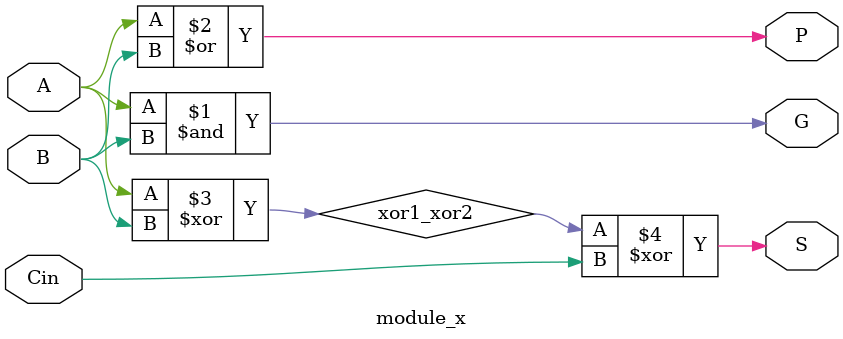
<source format=v>
`timescale 1ns/100ps

module module_x(
  	input A,
    input B,
    input Cin,
    output G,
    output P,
    output S);

    wire xor1_xor2;

    and (G,A,B);
    or (P,A,B);
    xor xor1(xor1_xor2,A,B);
  xor xor2(S,xor1_xor2,Cin);

endmodule

</source>
